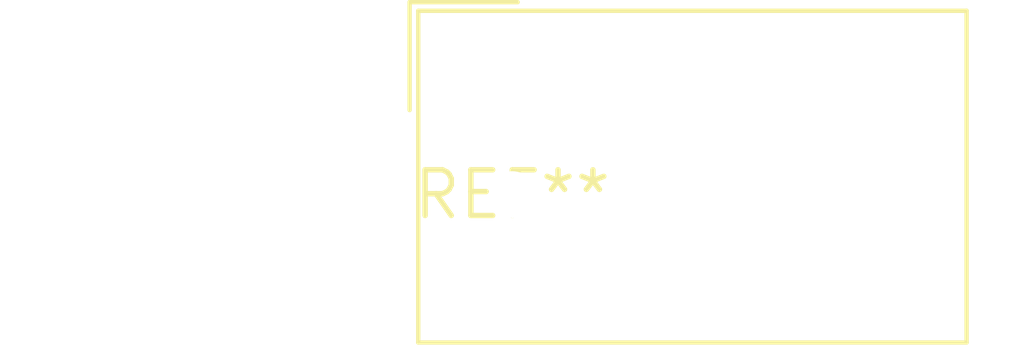
<source format=kicad_pcb>
(kicad_pcb (version 20240108) (generator pcbnew)
  (layers (0 "F.Cu" signal) (31 "B.Cu" signal) (34 "B.Paste" user) (35 "F.Paste" user) (36 "B.SilkS" user "B.Silkscreen") (37 "F.SilkS" user "F.Silkscreen") (38 "B.Mask" user) (39 "F.Mask" user) (44 "Edge.Cuts" user))
  (net 0 "")
  (footprint "Altech_AK100_1x03_P5.00mm" (layer "F.Cu") (at 0 0)
    (property "Reference" "REF**")
    (property "Value" "Altech_AK100_1x03_P5.00mm")
    (fp_line (start -2.85 -5.35) (end 0.15 -5.35) (layer "F.SilkS") (stroke (width 0.12)))
    (fp_line (start -2.85 -2.35) (end -2.85 -5.35) (layer "F.SilkS") (stroke (width 0.12)))
    (fp_line (start -2.61 -5.11) (end -2.61 4.11) (layer "F.SilkS") (stroke (width 0.12)))
    (fp_line (start -2.61 -5.11) (end 12.61 -5.11) (layer "F.SilkS") (stroke (width 0.12)))
    (fp_line (start -2.61 4.11) (end 12.61 4.11) (layer "F.SilkS") (stroke (width 0.12)))
    (fp_line (start 12.61 -5.11) (end 12.61 4.11) (layer "F.SilkS") (stroke (width 0.12)))
    (pad "1" thru_hole rect (at 0 0) (size 3 3) (drill 1.3) (layers *.Cu *.Mask) (remove_unused_layers))
    (pad "2" thru_hole circle (at 5 0) (size 3 3) (drill 1.3) (layers *.Cu *.Mask) (remove_unused_layers))
    (pad "3" thru_hole circle (at 10 0) (size 3 3) (drill 1.3) (layers *.Cu *.Mask) (remove_unused_layers))
  )
)
</source>
